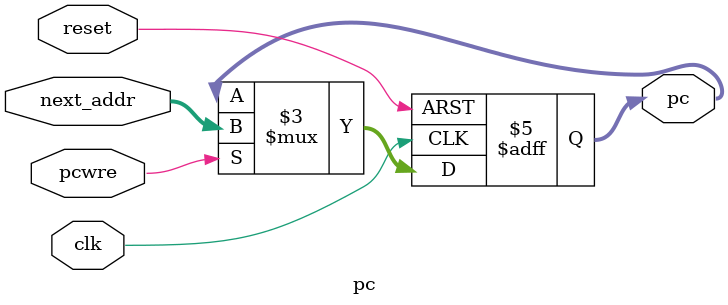
<source format=v>
`timescale 1ns / 1ps


module pc(
    input clk,//Ê±ÖÓÐÅºÅ
    input reset,//¸´Î»ÐÅºÅ
    input [31:0] next_addr,//ÏÂÌõÖ¸ÁîµØÖ·next_addr
    input pcwre,//¿ØÖÆÐÅºÅpcwre£¬Ê±ÖÓ±ßÑØµ½À´Ê±Îª0Ê±PC²»¸ü¸Ä£¬Îª1Ê±PC¸ü¸Ä¡£
    output reg [31:0] pc//µ±Ç°Ö¸ÁîµØÖ·pc 
    );
    always @(negedge reset, posedge clk)//Ê±ÖÓÉÏÉýÑØÑØ»òÕßresetÐÅºÅÏÂ½µÑØ´¥·¢
    begin
        if(reset == 0) pc <= 0;// reset = 0 -> pc¸´Î»
        else if(pcwre) pc <= next_addr;//reset != 0, pcwre = 1 -> pc ¸ü¸Ä
    end
endmodule

</source>
